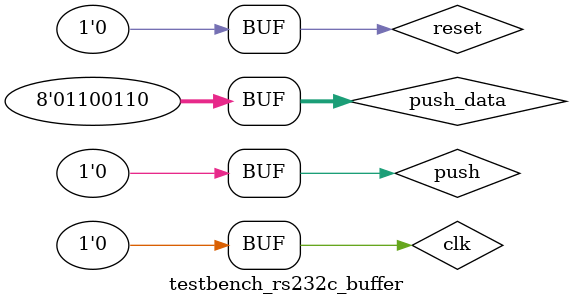
<source format=v>
module testbench_rs232c_buffer();

   parameter wait_time = 16'd20;

   reg clk, reset, push;
   reg [7:0] push_data;
   wire tx;
   wire [7:0] decoded;
   wire changed;

   rs232c_buffer #(wait_time) dut (.clk(clk), .reset(reset), .push(push), .push_data(push_data), .tx(tx));
   i232c #(wait_time) decoder (.clk(clk), .enable(1'b1), .rx(tx), .data(decoded), .changed(changed));

   initial begin
      reset <= 1;
      push  <= 0;
      #20;
      reset <= 0;
      #50;
      // HERE should be enough time
      // As for simulation, at least 50 ns

      push_data <= 8'h00;
      push <= 1;
      #10;
      push <= 0;
      #200;

      push_data <= 8'hff;
      push <= 1;
      #10;
      push <= 0;
      #10;
      push_data <= 8'hF0;
      push <= 1;
      #10;
      push <= 0;
      #10;
      push_data <= 8'h0F;
      push <= 1;
      #10;
      push_data <= 8'hcc;
      push <= 1;
      #10;
      push_data <= 8'h33;
      push <= 1;
      #10;
      push_data <= 8'haa;
      push <= 1;
      #10;
      push_data <= 8'h66;
      push <= 1;
      #10;
      push <= 0;
   end

   // geenrate clock to sequence tests
   always begin
      clk <= 1;
      #5;
      clk <= 0;
      #5;
   end

endmodule

</source>
